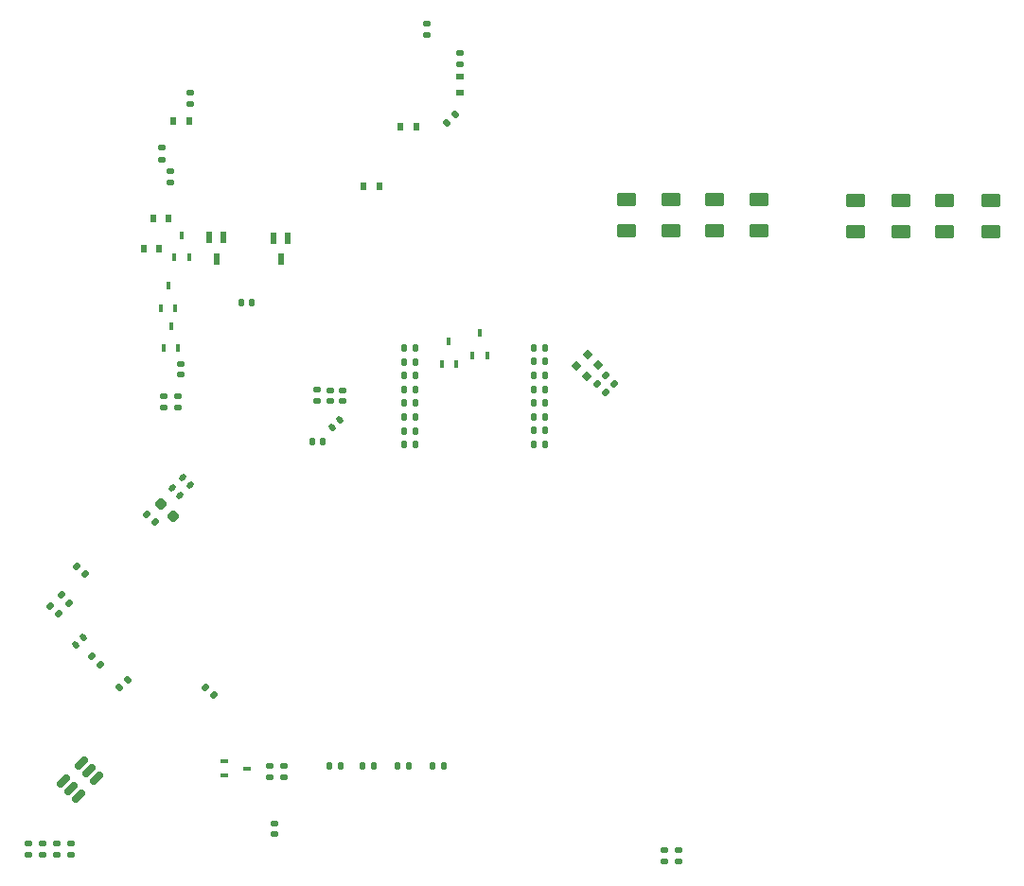
<source format=gbr>
%TF.GenerationSoftware,KiCad,Pcbnew,(6.0.8)*%
%TF.CreationDate,2024-02-14T04:03:19+01:00*%
%TF.ProjectId,pdms,70646d73-2e6b-4696-9361-645f70636258,rev?*%
%TF.SameCoordinates,Original*%
%TF.FileFunction,Paste,Bot*%
%TF.FilePolarity,Positive*%
%FSLAX46Y46*%
G04 Gerber Fmt 4.6, Leading zero omitted, Abs format (unit mm)*
G04 Created by KiCad (PCBNEW (6.0.8)) date 2024-02-14 04:03:19*
%MOMM*%
%LPD*%
G01*
G04 APERTURE LIST*
G04 Aperture macros list*
%AMRoundRect*
0 Rectangle with rounded corners*
0 $1 Rounding radius*
0 $2 $3 $4 $5 $6 $7 $8 $9 X,Y pos of 4 corners*
0 Add a 4 corners polygon primitive as box body*
4,1,4,$2,$3,$4,$5,$6,$7,$8,$9,$2,$3,0*
0 Add four circle primitives for the rounded corners*
1,1,$1+$1,$2,$3*
1,1,$1+$1,$4,$5*
1,1,$1+$1,$6,$7*
1,1,$1+$1,$8,$9*
0 Add four rect primitives between the rounded corners*
20,1,$1+$1,$2,$3,$4,$5,0*
20,1,$1+$1,$4,$5,$6,$7,0*
20,1,$1+$1,$6,$7,$8,$9,0*
20,1,$1+$1,$8,$9,$2,$3,0*%
%AMRotRect*
0 Rectangle, with rotation*
0 The origin of the aperture is its center*
0 $1 length*
0 $2 width*
0 $3 Rotation angle, in degrees counterclockwise*
0 Add horizontal line*
21,1,$1,$2,0,0,$3*%
G04 Aperture macros list end*
%ADD10R,0.600000X0.700000*%
%ADD11R,0.700000X0.600000*%
%ADD12RoundRect,0.135000X-0.226274X-0.035355X-0.035355X-0.226274X0.226274X0.035355X0.035355X0.226274X0*%
%ADD13RoundRect,0.135000X0.035355X-0.226274X0.226274X-0.035355X-0.035355X0.226274X-0.226274X0.035355X0*%
%ADD14RoundRect,0.135000X0.185000X-0.135000X0.185000X0.135000X-0.185000X0.135000X-0.185000X-0.135000X0*%
%ADD15RotRect,0.600000X0.700000X315.000000*%
%ADD16RoundRect,0.135000X0.135000X0.185000X-0.135000X0.185000X-0.135000X-0.185000X0.135000X-0.185000X0*%
%ADD17R,0.450000X0.700000*%
%ADD18RoundRect,0.135000X-0.135000X-0.185000X0.135000X-0.185000X0.135000X0.185000X-0.135000X0.185000X0*%
%ADD19RoundRect,0.140000X0.140000X0.170000X-0.140000X0.170000X-0.140000X-0.170000X0.140000X-0.170000X0*%
%ADD20RoundRect,0.135000X0.226274X0.035355X0.035355X0.226274X-0.226274X-0.035355X-0.035355X-0.226274X0*%
%ADD21RoundRect,0.250000X0.625000X-0.375000X0.625000X0.375000X-0.625000X0.375000X-0.625000X-0.375000X0*%
%ADD22RoundRect,0.135000X-0.185000X0.135000X-0.185000X-0.135000X0.185000X-0.135000X0.185000X0.135000X0*%
%ADD23RoundRect,0.140000X-0.170000X0.140000X-0.170000X-0.140000X0.170000X-0.140000X0.170000X0.140000X0*%
%ADD24RoundRect,0.140000X0.021213X-0.219203X0.219203X-0.021213X-0.021213X0.219203X-0.219203X0.021213X0*%
%ADD25R,0.700000X0.450000*%
%ADD26R,0.550000X1.000000*%
%ADD27RoundRect,0.150000X-0.256326X-0.468458X0.468458X0.256326X0.256326X0.468458X-0.468458X-0.256326X0*%
%ADD28RoundRect,0.140000X-0.219203X-0.021213X-0.021213X-0.219203X0.219203X0.021213X0.021213X0.219203X0*%
%ADD29RoundRect,0.218750X0.335876X0.026517X0.026517X0.335876X-0.335876X-0.026517X-0.026517X-0.335876X0*%
%ADD30RoundRect,0.140000X-0.021213X0.219203X-0.219203X0.021213X0.021213X-0.219203X0.219203X-0.021213X0*%
G04 APERTURE END LIST*
D10*
%TO.C,D46*%
X58736000Y-96012000D03*
X60136000Y-96012000D03*
%TD*%
D11*
%TO.C,D45*%
X67310000Y-86168000D03*
X67310000Y-87568000D03*
%TD*%
D12*
%TO.C,R113*%
X79649376Y-113685376D03*
X80370624Y-114406624D03*
%TD*%
%TO.C,R112*%
X81132624Y-113644624D03*
X80411376Y-112923376D03*
%TD*%
D13*
%TO.C,R111*%
X66187376Y-90276624D03*
X66908624Y-89555376D03*
%TD*%
D14*
%TO.C,R110*%
X67310000Y-85090000D03*
X67310000Y-84070000D03*
%TD*%
%TO.C,R107*%
X40680000Y-93570000D03*
X40680000Y-92550000D03*
%TD*%
%TO.C,R106*%
X64370000Y-82470000D03*
X64370000Y-81450000D03*
%TD*%
%TO.C,R38*%
X43190000Y-87560000D03*
X43190000Y-88580000D03*
%TD*%
%TO.C,R9*%
X41420000Y-94650000D03*
X41420000Y-95670000D03*
%TD*%
D15*
%TO.C,D48*%
X78726975Y-113016975D03*
X77737025Y-112027025D03*
%TD*%
%TO.C,D47*%
X79742975Y-112000975D03*
X78753025Y-111011025D03*
%TD*%
D10*
%TO.C,D44*%
X39050000Y-101580000D03*
X40450000Y-101580000D03*
%TD*%
%TO.C,D43*%
X62038000Y-90678000D03*
X63438000Y-90678000D03*
%TD*%
%TO.C,D42*%
X41710000Y-90170000D03*
X43110000Y-90170000D03*
%TD*%
%TO.C,D41*%
X39910000Y-98890000D03*
X41310000Y-98890000D03*
%TD*%
D16*
%TO.C,R3*%
X62779000Y-147894300D03*
X61759000Y-147894300D03*
%TD*%
D17*
%TO.C,D8*%
X69125000Y-109125000D03*
X68475000Y-111125000D03*
X69775000Y-111125000D03*
%TD*%
D18*
%TO.C,R91*%
X73983333Y-114147167D03*
X75003333Y-114147167D03*
%TD*%
D19*
%TO.C,C87*%
X48740000Y-106426000D03*
X47780000Y-106426000D03*
%TD*%
D12*
%TO.C,C44*%
X33062873Y-130014631D03*
X33784121Y-130735879D03*
%TD*%
D20*
%TO.C,C52*%
X40049480Y-126041584D03*
X39328232Y-125320336D03*
%TD*%
D21*
%TO.C,F12*%
X90156345Y-99935773D03*
X90156345Y-97135773D03*
%TD*%
D22*
%TO.C,R170*%
X85618000Y-155454000D03*
X85618000Y-156474000D03*
%TD*%
D16*
%TO.C,R12*%
X63343333Y-114157167D03*
X62323333Y-114157167D03*
%TD*%
D20*
%TO.C,R73*%
X31410624Y-134260624D03*
X30689376Y-133539376D03*
%TD*%
D18*
%TO.C,R65*%
X73983333Y-116627167D03*
X75003333Y-116627167D03*
%TD*%
D16*
%TO.C,R36*%
X63343333Y-110467167D03*
X62323333Y-110467167D03*
%TD*%
D14*
%TO.C,R168*%
X51579400Y-148869400D03*
X51579400Y-147849400D03*
%TD*%
D17*
%TO.C,D9*%
X66350000Y-109875000D03*
X65700000Y-111875000D03*
X67000000Y-111875000D03*
%TD*%
D23*
%TO.C,C108*%
X54559200Y-114223200D03*
X54559200Y-115183200D03*
%TD*%
%TO.C,C98*%
X42090000Y-114800000D03*
X42090000Y-115760000D03*
%TD*%
D21*
%TO.C,F11*%
X86193945Y-99977373D03*
X86193945Y-97177373D03*
%TD*%
D16*
%TO.C,R19*%
X63343333Y-117877167D03*
X62323333Y-117877167D03*
%TD*%
D22*
%TO.C,R174*%
X31242000Y-154836400D03*
X31242000Y-155856400D03*
%TD*%
D21*
%TO.C,F14*%
X102743000Y-100079000D03*
X102743000Y-97279000D03*
%TD*%
D18*
%TO.C,R50*%
X73983333Y-117827167D03*
X75003333Y-117827167D03*
%TD*%
D24*
%TO.C,C77*%
X32985389Y-137050000D03*
X33664211Y-136371178D03*
%TD*%
D21*
%TO.C,F15*%
X106760000Y-100079000D03*
X106760000Y-97279000D03*
%TD*%
%TO.C,F13*%
X94132400Y-99923600D03*
X94132400Y-97123600D03*
%TD*%
D16*
%TO.C,R11*%
X63343333Y-115397167D03*
X62323333Y-115397167D03*
%TD*%
D21*
%TO.C,F17*%
X114808000Y-100076000D03*
X114808000Y-97276000D03*
%TD*%
D18*
%TO.C,R46*%
X73983333Y-119077167D03*
X75003333Y-119077167D03*
%TD*%
D17*
%TO.C,D2*%
X42450000Y-100350000D03*
X41800000Y-102350000D03*
X43100000Y-102350000D03*
%TD*%
D25*
%TO.C,D4*%
X46257400Y-148757400D03*
X46257400Y-147457400D03*
X48257400Y-148107400D03*
%TD*%
D16*
%TO.C,R16*%
X63343333Y-112917167D03*
X62323333Y-112917167D03*
%TD*%
D23*
%TO.C,C86*%
X50724809Y-153052000D03*
X50724809Y-154012000D03*
%TD*%
D26*
%TO.C,D28*%
X44917600Y-100594400D03*
X46217600Y-100594400D03*
X45567600Y-102494400D03*
%TD*%
D18*
%TO.C,R87*%
X73983333Y-112907167D03*
X75003333Y-112907167D03*
%TD*%
D16*
%TO.C,R1*%
X56683000Y-147894300D03*
X55663000Y-147894300D03*
%TD*%
D27*
%TO.C,U12*%
X33189332Y-150579668D03*
X32517581Y-149907917D03*
X31845830Y-149236166D03*
X33454498Y-147627498D03*
X34126249Y-148299249D03*
X34798000Y-148971000D03*
%TD*%
D22*
%TO.C,R167*%
X50329400Y-147849400D03*
X50329400Y-148869400D03*
%TD*%
D14*
%TO.C,R177*%
X28702000Y-155856400D03*
X28702000Y-154836400D03*
%TD*%
D16*
%TO.C,R2*%
X59654800Y-147894300D03*
X58634800Y-147894300D03*
%TD*%
D17*
%TO.C,D5*%
X41250000Y-104900000D03*
X40600000Y-106900000D03*
X41900000Y-106900000D03*
%TD*%
D19*
%TO.C,C129*%
X55065200Y-118821200D03*
X54105200Y-118821200D03*
%TD*%
D23*
%TO.C,C93*%
X40850000Y-114810000D03*
X40850000Y-115770000D03*
%TD*%
D20*
%TO.C,R74*%
X32410624Y-133310624D03*
X31689376Y-132589376D03*
%TD*%
D26*
%TO.C,D27*%
X50658000Y-100599200D03*
X51958000Y-100599200D03*
X51308000Y-102499200D03*
%TD*%
D16*
%TO.C,R4*%
X65903200Y-147894300D03*
X64883200Y-147894300D03*
%TD*%
D18*
%TO.C,R51*%
X75003333Y-111667167D03*
X73983333Y-111667167D03*
%TD*%
D14*
%TO.C,R176*%
X30022800Y-155856400D03*
X30022800Y-154836400D03*
%TD*%
D23*
%TO.C,C103*%
X42330000Y-111910000D03*
X42330000Y-112870000D03*
%TD*%
D18*
%TO.C,R90*%
X73983333Y-115387167D03*
X75003333Y-115387167D03*
%TD*%
D16*
%TO.C,R15*%
X63343333Y-116637167D03*
X62323333Y-116637167D03*
%TD*%
D23*
%TO.C,C114*%
X55727600Y-114247200D03*
X55727600Y-115207200D03*
%TD*%
D16*
%TO.C,R32*%
X63343333Y-111717167D03*
X62323333Y-111717167D03*
%TD*%
D28*
%TO.C,C80*%
X42568195Y-122094515D03*
X43247017Y-122773337D03*
%TD*%
D21*
%TO.C,F10*%
X82245200Y-99974400D03*
X82245200Y-97174400D03*
%TD*%
D17*
%TO.C,D1*%
X41500000Y-108500000D03*
X40850000Y-110500000D03*
X42150000Y-110500000D03*
%TD*%
D29*
%TO.C,L1*%
X41712243Y-125549084D03*
X40598549Y-124435390D03*
%TD*%
D21*
%TO.C,F16*%
X110697000Y-100082000D03*
X110697000Y-97282000D03*
%TD*%
D18*
%TO.C,R47*%
X73980000Y-110457167D03*
X75000000Y-110457167D03*
%TD*%
D14*
%TO.C,R178*%
X32512000Y-155831000D03*
X32512000Y-154811000D03*
%TD*%
D16*
%TO.C,R35*%
X63346666Y-119087167D03*
X62326666Y-119087167D03*
%TD*%
D22*
%TO.C,R169*%
X86868000Y-155444000D03*
X86868000Y-156464000D03*
%TD*%
D23*
%TO.C,C119*%
X56845200Y-114249200D03*
X56845200Y-115209200D03*
%TD*%
D12*
%TO.C,R56*%
X34439376Y-138089376D03*
X35160624Y-138810624D03*
%TD*%
D28*
%TO.C,C83*%
X41634249Y-123028463D03*
X42313071Y-123707285D03*
%TD*%
D13*
%TO.C,C51*%
X36889376Y-140860624D03*
X37610624Y-140139376D03*
%TD*%
D20*
%TO.C,C45*%
X45300000Y-141550000D03*
X44578752Y-140828752D03*
%TD*%
D30*
%TO.C,C124*%
X56625811Y-116932389D03*
X55946989Y-117611211D03*
%TD*%
M02*

</source>
